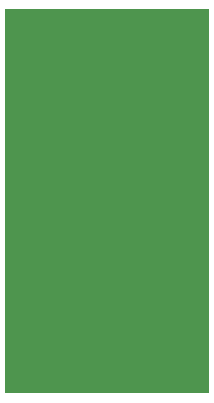
<source format=gbo>
G04 Layer: BottomSilkscreenLayer*
G04 EasyEDA v6.5.22, 2023-04-03 13:48:28*
G04 438ef6ab04534b949e8f413d785863a0,3cec5f453c3247449836eb28e2eac2c3,10*
G04 Gerber Generator version 0.2*
G04 Scale: 100 percent, Rotated: No, Reflected: No *
G04 Dimensions in inches *
G04 leading zeros omitted , absolute positions ,3 integer and 6 decimal *
%FSLAX36Y36*%
%MOIN*%

%ADD10C,0.0001*%

%LPD*%
G36*
X70000Y1390000D02*
G01*
X750000Y1390000D01*
X750000Y110000D01*
X70000Y110000D01*
G37*
M02*

</source>
